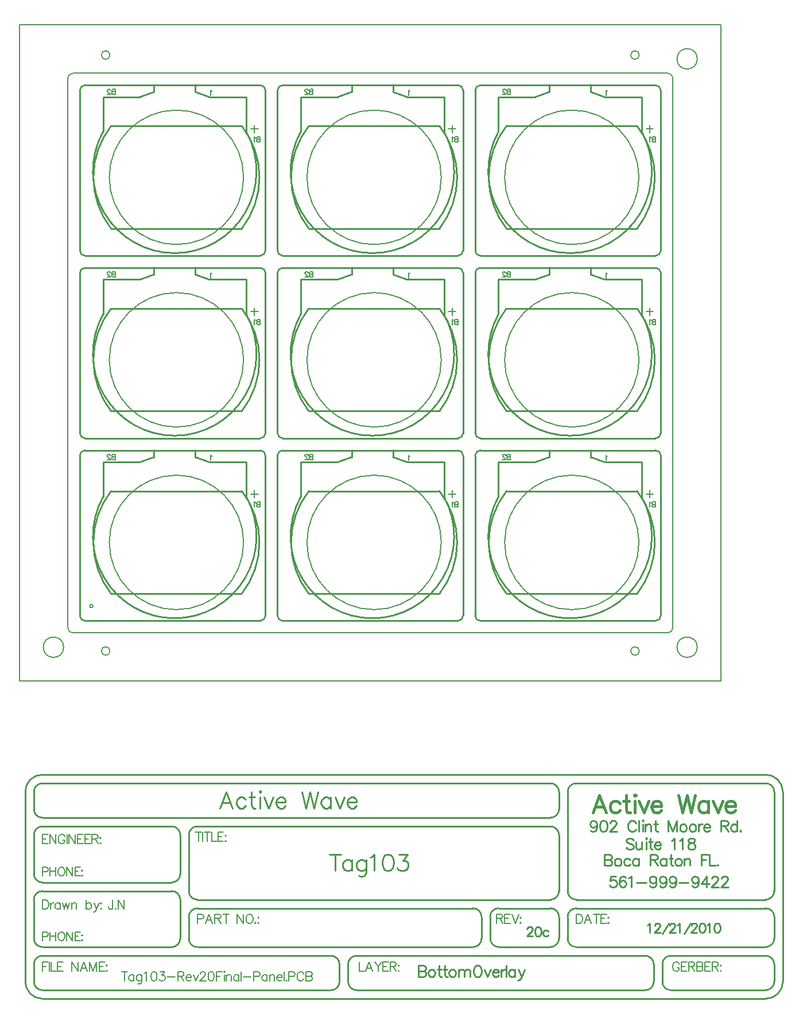
<source format=gbo>
%FSLAX24Y24*%
%MOIN*%
G70*
G01*
G75*
G04 Layer_Color=16777215*
%ADD10C,0.0500*%
%ADD11C,0.0100*%
%ADD12C,0.0150*%
%ADD13R,0.0300X0.0300*%
%ADD14R,0.0740X0.0450*%
%ADD15R,0.0300X0.0300*%
%ADD16O,0.0240X0.0800*%
%ADD17R,0.0360X0.0500*%
%ADD18R,0.0360X0.0360*%
%ADD19R,0.0236X0.1000*%
%ADD20R,0.0236X0.0900*%
%ADD21R,0.0700X0.0236*%
%ADD22R,0.0900X0.0236*%
%ADD23O,0.0160X0.0600*%
%ADD24R,0.0138X0.0354*%
%ADD25R,0.0138X0.0354*%
%ADD26R,0.0236X0.0236*%
%ADD27O,0.0160X0.0600*%
%ADD28R,0.0200X0.0500*%
%ADD29R,0.0748X0.0433*%
%ADD30C,0.0120*%
%ADD31C,0.0080*%
%ADD32C,0.0250*%
%ADD33C,0.0200*%
%ADD34C,0.0120*%
%ADD35C,0.0160*%
%ADD36C,0.0140*%
%ADD37C,0.0260*%
%ADD38C,0.0060*%
%ADD39C,0.0050*%
%ADD40C,0.0090*%
%ADD41C,0.1180*%
%ADD42C,0.0700*%
%ADD43R,0.0500X0.0500*%
%ADD44R,0.0394X0.0433*%
%ADD45C,0.0650*%
%ADD46C,0.0200*%
%ADD47R,0.1398X0.1398*%
%ADD48R,0.2000X0.1000*%
%ADD49R,0.1600X0.1800*%
%ADD50C,0.0300*%
%ADD51R,0.0650X0.0650*%
%ADD52C,0.0098*%
D11*
X19000Y-20860D02*
Y-21500D01*
Y-20860D02*
X19274D01*
X19366Y-20891D01*
X19396Y-20921D01*
X19427Y-20982D01*
Y-21043D01*
X19396Y-21104D01*
X19366Y-21134D01*
X19274Y-21165D01*
X19000D02*
X19274D01*
X19366Y-21195D01*
X19396Y-21226D01*
X19427Y-21287D01*
Y-21378D01*
X19396Y-21439D01*
X19366Y-21470D01*
X19274Y-21500D01*
X19000D01*
X19722Y-21073D02*
X19661Y-21104D01*
X19600Y-21165D01*
X19570Y-21256D01*
Y-21317D01*
X19600Y-21409D01*
X19661Y-21470D01*
X19722Y-21500D01*
X19814D01*
X19874Y-21470D01*
X19935Y-21409D01*
X19966Y-21317D01*
Y-21256D01*
X19935Y-21165D01*
X19874Y-21104D01*
X19814Y-21073D01*
X19722D01*
X20197Y-20860D02*
Y-21378D01*
X20228Y-21470D01*
X20289Y-21500D01*
X20350D01*
X20106Y-21073D02*
X20319D01*
X20533Y-20860D02*
Y-21378D01*
X20563Y-21470D01*
X20624Y-21500D01*
X20685D01*
X20441Y-21073D02*
X20654D01*
X20929D02*
X20868Y-21104D01*
X20807Y-21165D01*
X20776Y-21256D01*
Y-21317D01*
X20807Y-21409D01*
X20868Y-21470D01*
X20929Y-21500D01*
X21020D01*
X21081Y-21470D01*
X21142Y-21409D01*
X21172Y-21317D01*
Y-21256D01*
X21142Y-21165D01*
X21081Y-21104D01*
X21020Y-21073D01*
X20929D01*
X21313D02*
Y-21500D01*
Y-21195D02*
X21404Y-21104D01*
X21465Y-21073D01*
X21556D01*
X21617Y-21104D01*
X21648Y-21195D01*
Y-21500D01*
Y-21195D02*
X21739Y-21104D01*
X21800Y-21073D01*
X21892D01*
X21953Y-21104D01*
X21983Y-21195D01*
Y-21500D01*
X22367Y-20860D02*
X22306Y-20891D01*
X22245Y-20952D01*
X22215Y-21012D01*
X22184Y-21104D01*
Y-21256D01*
X22215Y-21348D01*
X22245Y-21409D01*
X22306Y-21470D01*
X22367Y-21500D01*
X22489D01*
X22550Y-21470D01*
X22611Y-21409D01*
X22641Y-21348D01*
X22672Y-21256D01*
Y-21104D01*
X22641Y-21012D01*
X22611Y-20952D01*
X22550Y-20891D01*
X22489Y-20860D01*
X22367D01*
X22821Y-21073D02*
X23004Y-21500D01*
X23187Y-21073D02*
X23004Y-21500D01*
X23290Y-21256D02*
X23656D01*
Y-21195D01*
X23625Y-21134D01*
X23595Y-21104D01*
X23534Y-21073D01*
X23442D01*
X23382Y-21104D01*
X23321Y-21165D01*
X23290Y-21256D01*
Y-21317D01*
X23321Y-21409D01*
X23382Y-21470D01*
X23442Y-21500D01*
X23534D01*
X23595Y-21470D01*
X23656Y-21409D01*
X23793Y-21073D02*
Y-21500D01*
Y-21256D02*
X23823Y-21165D01*
X23884Y-21104D01*
X23945Y-21073D01*
X24037D01*
X24095Y-20860D02*
Y-21500D01*
X24594Y-21073D02*
Y-21500D01*
Y-21165D02*
X24533Y-21104D01*
X24472Y-21073D01*
X24381D01*
X24320Y-21104D01*
X24259Y-21165D01*
X24229Y-21256D01*
Y-21317D01*
X24259Y-21409D01*
X24320Y-21470D01*
X24381Y-21500D01*
X24472D01*
X24533Y-21470D01*
X24594Y-21409D01*
X24795Y-21073D02*
X24978Y-21500D01*
X25161Y-21073D02*
X24978Y-21500D01*
X24917Y-21622D01*
X24856Y-21683D01*
X24795Y-21713D01*
X24765D01*
X6843Y8347D02*
G03*
X6044Y8635I-2003J-4307D01*
G01*
X4839Y-710D02*
G03*
X9000Y6332I0J4750D01*
G01*
X3634Y8635D02*
G03*
X2836Y8347I1205J-4595D01*
G01*
X679Y6332D02*
G03*
X4839Y-710I4160J-2292D01*
G01*
X18323Y8347D02*
G03*
X17524Y8635I-2003J-4307D01*
G01*
X16319Y-710D02*
G03*
X20480Y6332I0J4750D01*
G01*
X15114Y8635D02*
G03*
X14316Y8347I1205J-4595D01*
G01*
X12159Y6332D02*
G03*
X16319Y-710I4160J-2292D01*
G01*
X29803Y8347D02*
G03*
X29004Y8635I-2003J-4307D01*
G01*
X27799Y-710D02*
G03*
X31960Y6332I0J4750D01*
G01*
X26594Y8635D02*
G03*
X25796Y8347I1205J-4595D01*
G01*
X23639Y6332D02*
G03*
X27799Y-710I4160J-2292D01*
G01*
X6843Y18937D02*
G03*
X6044Y19225I-2003J-4307D01*
G01*
X4839Y9880D02*
G03*
X9000Y16922I0J4750D01*
G01*
X3634Y19225D02*
G03*
X2836Y18937I1205J-4595D01*
G01*
X679Y16922D02*
G03*
X4839Y9880I4160J-2292D01*
G01*
X18323Y18937D02*
G03*
X17524Y19225I-2003J-4307D01*
G01*
X16319Y9880D02*
G03*
X20480Y16922I0J4750D01*
G01*
X15114Y19225D02*
G03*
X14316Y18937I1205J-4595D01*
G01*
X12159Y16922D02*
G03*
X16319Y9880I4160J-2292D01*
G01*
X29803Y18937D02*
G03*
X29004Y19225I-2003J-4307D01*
G01*
X27799Y9880D02*
G03*
X31960Y16922I0J4750D01*
G01*
X26594Y19225D02*
G03*
X25796Y18937I1205J-4595D01*
G01*
X23639Y16922D02*
G03*
X27799Y9880I4160J-2292D01*
G01*
X6843Y29527D02*
G03*
X6044Y29815I-2003J-4307D01*
G01*
X4839Y20470D02*
G03*
X9000Y27512I0J4750D01*
G01*
X3634Y29815D02*
G03*
X2836Y29527I1205J-4595D01*
G01*
X679Y27512D02*
G03*
X4839Y20470I4160J-2292D01*
G01*
X18323Y29527D02*
G03*
X17524Y29815I-2003J-4307D01*
G01*
X16319Y20470D02*
G03*
X20480Y27512I0J4750D01*
G01*
X15114Y29815D02*
G03*
X14316Y29527I1205J-4595D01*
G01*
X12159Y27512D02*
G03*
X16319Y20470I4160J-2292D01*
G01*
X29803Y29527D02*
G03*
X29004Y29815I-2003J-4307D01*
G01*
X27799Y20470D02*
G03*
X31960Y27512I0J4750D01*
G01*
X26594Y29815D02*
G03*
X25796Y29527I1205J-4595D01*
G01*
X23639Y27512D02*
G03*
X27799Y20470I4160J-2292D01*
G01*
X-370Y9030D02*
G03*
X-670Y8730I0J-300D01*
G01*
X10110D02*
G03*
X9810Y9030I-300J0D01*
G01*
Y-860D02*
G03*
X10110Y-560I0J300D01*
G01*
X-670D02*
G03*
X-370Y-860I300J0D01*
G01*
X-670Y-560D02*
Y8730D01*
X-370Y9030D02*
X9810D01*
X10110Y-560D02*
Y8730D01*
X-370Y-860D02*
X9810D01*
X11110Y9030D02*
G03*
X10810Y8730I0J-300D01*
G01*
X21590D02*
G03*
X21290Y9030I-300J0D01*
G01*
Y-860D02*
G03*
X21590Y-560I0J300D01*
G01*
X10810D02*
G03*
X11110Y-860I300J0D01*
G01*
X10810Y-560D02*
Y8730D01*
X11110Y9030D02*
X21290D01*
X21590Y-560D02*
Y8730D01*
X11110Y-860D02*
X21290D01*
X22590Y9030D02*
G03*
X22290Y8730I0J-300D01*
G01*
X33070D02*
G03*
X32770Y9030I-300J0D01*
G01*
Y-860D02*
G03*
X33070Y-560I0J300D01*
G01*
X22290D02*
G03*
X22590Y-860I300J0D01*
G01*
X22290Y-560D02*
Y8730D01*
X22590Y9030D02*
X32770D01*
X33070Y-560D02*
Y8730D01*
X22590Y-860D02*
X32770D01*
X-370Y19620D02*
G03*
X-670Y19320I0J-300D01*
G01*
X10110D02*
G03*
X9810Y19620I-300J0D01*
G01*
Y9730D02*
G03*
X10110Y10030I0J300D01*
G01*
X-670D02*
G03*
X-370Y9730I300J0D01*
G01*
X-670Y10030D02*
Y19320D01*
X-370Y19620D02*
X9810D01*
X10110Y10030D02*
Y19320D01*
X-370Y9730D02*
X9810D01*
X11110Y19620D02*
G03*
X10810Y19320I0J-300D01*
G01*
X21590D02*
G03*
X21290Y19620I-300J0D01*
G01*
Y9730D02*
G03*
X21590Y10030I0J300D01*
G01*
X10810D02*
G03*
X11110Y9730I300J0D01*
G01*
X10810Y10030D02*
Y19320D01*
X11110Y19620D02*
X21290D01*
X21590Y10030D02*
Y19320D01*
X11110Y9730D02*
X21290D01*
X22590Y19620D02*
G03*
X22290Y19320I0J-300D01*
G01*
X33070D02*
G03*
X32770Y19620I-300J0D01*
G01*
Y9730D02*
G03*
X33070Y10030I0J300D01*
G01*
X22290D02*
G03*
X22590Y9730I300J0D01*
G01*
X22290Y10030D02*
Y19320D01*
X22590Y19620D02*
X32770D01*
X33070Y10030D02*
Y19320D01*
X22590Y9730D02*
X32770D01*
X-370Y30210D02*
G03*
X-670Y29910I0J-300D01*
G01*
X10110D02*
G03*
X9810Y30210I-300J0D01*
G01*
Y20320D02*
G03*
X10110Y20620I0J300D01*
G01*
X-670D02*
G03*
X-370Y20320I300J0D01*
G01*
X-670Y20620D02*
Y29910D01*
X-370Y30210D02*
X9810D01*
X10110Y20620D02*
Y29910D01*
X-370Y20320D02*
X9810D01*
X11110Y30210D02*
G03*
X10810Y29910I0J-300D01*
G01*
X21590D02*
G03*
X21290Y30210I-300J0D01*
G01*
Y20320D02*
G03*
X21590Y20620I0J300D01*
G01*
X10810D02*
G03*
X11110Y20320I300J0D01*
G01*
X10810Y20620D02*
Y29910D01*
X11110Y30210D02*
X21290D01*
X21590Y20620D02*
Y29910D01*
X11110Y20320D02*
X21290D01*
X22590Y30210D02*
G03*
X22290Y29910I0J-300D01*
G01*
X33070D02*
G03*
X32770Y30210I-300J0D01*
G01*
Y20320D02*
G03*
X33070Y20620I0J300D01*
G01*
X22290D02*
G03*
X22590Y20320I300J0D01*
G01*
X22290Y20620D02*
Y29910D01*
X22590Y30210D02*
X32770D01*
X33070Y20620D02*
Y29910D01*
X22590Y20320D02*
X32770D01*
X39659Y-18022D02*
G03*
X39169Y-17532I-490J0D01*
G01*
X28159D02*
G03*
X27659Y-18032I0J-500D01*
G01*
X39159Y-17032D02*
G03*
X39659Y-16532I0J500D01*
G01*
X27659D02*
G03*
X28159Y-17032I500J0D01*
G01*
X-2841Y-9782D02*
G03*
X-3841Y-10782I0J-1000D01*
G01*
Y-21772D02*
G03*
X-2848Y-22782I1010J0D01*
G01*
X39159Y-22782D02*
G03*
X40159Y-21782I0J1000D01*
G01*
Y-10782D02*
G03*
X39159Y-9782I-1000J0D01*
G01*
X39659Y-10772D02*
G03*
X39152Y-10282I-490J0D01*
G01*
X39159Y-19782D02*
G03*
X39659Y-19282I0J500D01*
G01*
X39659Y-20773D02*
G03*
X39159Y-20282I-500J-9D01*
G01*
Y-22282D02*
G03*
X39659Y-21782I0J500D01*
G01*
X26659Y-19782D02*
G03*
X27159Y-19282I0J500D01*
G01*
X27659Y-19292D02*
G03*
X28158Y-19782I490J0D01*
G01*
X27159Y-18022D02*
G03*
X26669Y-17532I-490J0D01*
G01*
X-3341Y-21782D02*
G03*
X-2850Y-22282I500J0D01*
G01*
X26668Y-17032D02*
G03*
X27159Y-16532I-9J500D01*
G01*
X-2841Y-20282D02*
G03*
X-3341Y-20782I0J-500D01*
G01*
X27159Y-13282D02*
G03*
X26659Y-12782I-500J0D01*
G01*
Y-12282D02*
G03*
X27159Y-11782I0J500D01*
G01*
X28159Y-10282D02*
G03*
X27659Y-10782I0J-500D01*
G01*
X27159D02*
G03*
X26659Y-10282I-500J0D01*
G01*
X-2841D02*
G03*
X-3341Y-10782I0J-500D01*
G01*
Y-11782D02*
G03*
X-2841Y-12282I500J0D01*
G01*
Y-12782D02*
G03*
X-3341Y-13282I0J-500D01*
G01*
Y-15532D02*
G03*
X-2841Y-16032I500J0D01*
G01*
Y-16532D02*
G03*
X-3341Y-17032I0J-500D01*
G01*
Y-19282D02*
G03*
X-2850Y-19782I500J0D01*
G01*
X6159Y-12782D02*
G03*
X5659Y-13282I0J-500D01*
G01*
X6159Y-17532D02*
G03*
X5659Y-18032I0J-500D01*
G01*
X23639Y-17532D02*
G03*
X23160Y-18037I0J-480D01*
G01*
X23159Y-19272D02*
G03*
X23660Y-19782I510J0D01*
G01*
X22169Y-19782D02*
G03*
X22659Y-19283I0J490D01*
G01*
X22659Y-18022D02*
G03*
X22169Y-17532I-490J0D01*
G01*
X4669Y-19782D02*
G03*
X5159Y-19292I0J490D01*
G01*
X5659D02*
G03*
X6149Y-19782I490J0D01*
G01*
X5659Y-16542D02*
G03*
X6149Y-17032I490J0D01*
G01*
X5159Y-17022D02*
G03*
X4652Y-16532I-490J0D01*
G01*
X4679Y-16032D02*
G03*
X5159Y-15552I0J480D01*
G01*
Y-13272D02*
G03*
X4669Y-12782I-490J0D01*
G01*
X33659Y-20282D02*
G03*
X33159Y-20782I0J-500D01*
G01*
Y-21792D02*
G03*
X33658Y-22282I490J0D01*
G01*
X32171Y-22282D02*
G03*
X32659Y-21785I8J480D01*
G01*
X32659Y-20782D02*
G03*
X32159Y-20282I-500J0D01*
G01*
X14909Y-21782D02*
G03*
X15400Y-22282I500J0D01*
G01*
X15409Y-20282D02*
G03*
X14909Y-20782I0J-500D01*
G01*
X13921Y-22282D02*
G03*
X14409Y-21785I8J480D01*
G01*
X14409Y-20782D02*
G03*
X13909Y-20282I-500J0D01*
G01*
X39659Y-19282D02*
Y-18022D01*
X27659Y-19282D02*
Y-18032D01*
X39659Y-16532D02*
Y-10782D01*
X27659Y-16532D02*
Y-10782D01*
X-3841Y-21782D02*
Y-10782D01*
X-3341Y-21782D02*
Y-20782D01*
X39659Y-21782D02*
Y-20782D01*
X27159Y-19282D02*
Y-18032D01*
X23159Y-19282D02*
Y-18032D01*
X5659Y-19282D02*
Y-18032D01*
X22659Y-19282D02*
Y-18032D01*
X5659Y-16532D02*
Y-13282D01*
X27159Y-16532D02*
Y-13282D01*
Y-11782D02*
Y-10782D01*
X-3341Y-11782D02*
Y-10782D01*
X5159Y-15532D02*
Y-13282D01*
X-3341Y-15532D02*
Y-13282D01*
X5159Y-19282D02*
Y-17032D01*
X-3341Y-19282D02*
Y-17032D01*
X40159Y-21782D02*
Y-10782D01*
X33159Y-21782D02*
Y-20782D01*
X32659Y-21782D02*
Y-20782D01*
X14909Y-21782D02*
Y-20782D01*
X14409Y-21782D02*
Y-20782D01*
X28159Y-17532D02*
X39159D01*
X28159Y-17032D02*
X39159D01*
X6159D02*
X26659D01*
X28159Y-10282D02*
X39159D01*
X28159Y-19782D02*
X39159D01*
X23659Y-17532D02*
X26659D01*
X23659Y-19782D02*
X26659D01*
X6159D02*
X22159D01*
X6159Y-17532D02*
X22159D01*
X6159Y-12782D02*
X26659D01*
X-2841Y-12282D02*
X26659D01*
X-2841Y-12782D02*
X4659D01*
X-2841Y-16032D02*
X4659D01*
X-2841Y-16532D02*
X4659D01*
X-2841Y-19782D02*
X4659D01*
X-2841Y-9782D02*
X39159D01*
X-2841Y-22782D02*
X39159D01*
X-2841Y-10282D02*
X26659D01*
X33659Y-20282D02*
X39159D01*
X33659Y-22282D02*
X39159D01*
X15409Y-20282D02*
X32159D01*
X-2841D02*
X13909D01*
X-2841Y-22282D02*
X13909D01*
X15409D02*
X32159D01*
X31487Y-13572D02*
X31426Y-13511D01*
X31334Y-13480D01*
X31212D01*
X31121Y-13511D01*
X31060Y-13572D01*
Y-13632D01*
X31090Y-13693D01*
X31121Y-13724D01*
X31182Y-13754D01*
X31365Y-13815D01*
X31426Y-13846D01*
X31456Y-13876D01*
X31487Y-13937D01*
Y-14029D01*
X31426Y-14090D01*
X31334Y-14120D01*
X31212D01*
X31121Y-14090D01*
X31060Y-14029D01*
X31630Y-13693D02*
Y-13998D01*
X31660Y-14090D01*
X31721Y-14120D01*
X31813D01*
X31874Y-14090D01*
X31965Y-13998D01*
Y-13693D02*
Y-14120D01*
X32193Y-13480D02*
X32224Y-13511D01*
X32254Y-13480D01*
X32224Y-13450D01*
X32193Y-13480D01*
X32224Y-13693D02*
Y-14120D01*
X32459Y-13480D02*
Y-13998D01*
X32489Y-14090D01*
X32550Y-14120D01*
X32611D01*
X32367Y-13693D02*
X32580D01*
X32702Y-13876D02*
X33068D01*
Y-13815D01*
X33037Y-13754D01*
X33007Y-13724D01*
X32946Y-13693D01*
X32855D01*
X32794Y-13724D01*
X32733Y-13785D01*
X32702Y-13876D01*
Y-13937D01*
X32733Y-14029D01*
X32794Y-14090D01*
X32855Y-14120D01*
X32946D01*
X33007Y-14090D01*
X33068Y-14029D01*
X33708Y-13602D02*
X33769Y-13572D01*
X33860Y-13480D01*
Y-14120D01*
X34177Y-13602D02*
X34238Y-13572D01*
X34329Y-13480D01*
Y-14120D01*
X34799Y-13480D02*
X34707Y-13511D01*
X34677Y-13572D01*
Y-13632D01*
X34707Y-13693D01*
X34768Y-13724D01*
X34890Y-13754D01*
X34981Y-13785D01*
X35042Y-13846D01*
X35073Y-13907D01*
Y-13998D01*
X35042Y-14059D01*
X35012Y-14090D01*
X34920Y-14120D01*
X34799D01*
X34707Y-14090D01*
X34677Y-14059D01*
X34646Y-13998D01*
Y-13907D01*
X34677Y-13846D01*
X34738Y-13785D01*
X34829Y-13754D01*
X34951Y-13724D01*
X35012Y-13693D01*
X35042Y-13632D01*
Y-13572D01*
X35012Y-13511D01*
X34920Y-13480D01*
X34799D01*
X30466Y-15670D02*
X30161D01*
X30130Y-15944D01*
X30161Y-15914D01*
X30252Y-15883D01*
X30344D01*
X30435Y-15914D01*
X30496Y-15975D01*
X30527Y-16066D01*
Y-16127D01*
X30496Y-16219D01*
X30435Y-16280D01*
X30344Y-16310D01*
X30252D01*
X30161Y-16280D01*
X30130Y-16249D01*
X30100Y-16188D01*
X31035Y-15762D02*
X31005Y-15701D01*
X30914Y-15670D01*
X30853D01*
X30761Y-15701D01*
X30700Y-15792D01*
X30670Y-15944D01*
Y-16097D01*
X30700Y-16219D01*
X30761Y-16280D01*
X30853Y-16310D01*
X30883D01*
X30974Y-16280D01*
X31035Y-16219D01*
X31066Y-16127D01*
Y-16097D01*
X31035Y-16005D01*
X30974Y-15944D01*
X30883Y-15914D01*
X30853D01*
X30761Y-15944D01*
X30700Y-16005D01*
X30670Y-16097D01*
X31206Y-15792D02*
X31267Y-15762D01*
X31358Y-15670D01*
Y-16310D01*
X31675Y-16036D02*
X32224D01*
X32809Y-15883D02*
X32778Y-15975D01*
X32717Y-16036D01*
X32626Y-16066D01*
X32595D01*
X32504Y-16036D01*
X32443Y-15975D01*
X32413Y-15883D01*
Y-15853D01*
X32443Y-15762D01*
X32504Y-15701D01*
X32595Y-15670D01*
X32626D01*
X32717Y-15701D01*
X32778Y-15762D01*
X32809Y-15883D01*
Y-16036D01*
X32778Y-16188D01*
X32717Y-16280D01*
X32626Y-16310D01*
X32565D01*
X32474Y-16280D01*
X32443Y-16219D01*
X33379Y-15883D02*
X33348Y-15975D01*
X33287Y-16036D01*
X33196Y-16066D01*
X33165D01*
X33074Y-16036D01*
X33013Y-15975D01*
X32982Y-15883D01*
Y-15853D01*
X33013Y-15762D01*
X33074Y-15701D01*
X33165Y-15670D01*
X33196D01*
X33287Y-15701D01*
X33348Y-15762D01*
X33379Y-15883D01*
Y-16036D01*
X33348Y-16188D01*
X33287Y-16280D01*
X33196Y-16310D01*
X33135D01*
X33043Y-16280D01*
X33013Y-16219D01*
X33948Y-15883D02*
X33918Y-15975D01*
X33857Y-16036D01*
X33765Y-16066D01*
X33735D01*
X33644Y-16036D01*
X33583Y-15975D01*
X33552Y-15883D01*
Y-15853D01*
X33583Y-15762D01*
X33644Y-15701D01*
X33735Y-15670D01*
X33765D01*
X33857Y-15701D01*
X33918Y-15762D01*
X33948Y-15883D01*
Y-16036D01*
X33918Y-16188D01*
X33857Y-16280D01*
X33765Y-16310D01*
X33705D01*
X33613Y-16280D01*
X33583Y-16219D01*
X34122Y-16036D02*
X34670D01*
X35255Y-15883D02*
X35225Y-15975D01*
X35164Y-16036D01*
X35073Y-16066D01*
X35042D01*
X34951Y-16036D01*
X34890Y-15975D01*
X34859Y-15883D01*
Y-15853D01*
X34890Y-15762D01*
X34951Y-15701D01*
X35042Y-15670D01*
X35073D01*
X35164Y-15701D01*
X35225Y-15762D01*
X35255Y-15883D01*
Y-16036D01*
X35225Y-16188D01*
X35164Y-16280D01*
X35073Y-16310D01*
X35012D01*
X34920Y-16280D01*
X34890Y-16219D01*
X35734Y-15670D02*
X35429Y-16097D01*
X35886D01*
X35734Y-15670D02*
Y-16310D01*
X36029Y-15822D02*
Y-15792D01*
X36060Y-15731D01*
X36090Y-15701D01*
X36151Y-15670D01*
X36273D01*
X36334Y-15701D01*
X36365Y-15731D01*
X36395Y-15792D01*
Y-15853D01*
X36365Y-15914D01*
X36304Y-16005D01*
X35999Y-16310D01*
X36425D01*
X36599Y-15822D02*
Y-15792D01*
X36630Y-15731D01*
X36660Y-15701D01*
X36721Y-15670D01*
X36843D01*
X36904Y-15701D01*
X36934Y-15731D01*
X36965Y-15792D01*
Y-15853D01*
X36934Y-15914D01*
X36873Y-16005D01*
X36569Y-16310D01*
X36995D01*
X29346Y-12663D02*
X29316Y-12755D01*
X29255Y-12816D01*
X29163Y-12846D01*
X29133D01*
X29041Y-12816D01*
X28980Y-12755D01*
X28950Y-12663D01*
Y-12633D01*
X28980Y-12542D01*
X29041Y-12481D01*
X29133Y-12450D01*
X29163D01*
X29255Y-12481D01*
X29316Y-12542D01*
X29346Y-12663D01*
Y-12816D01*
X29316Y-12968D01*
X29255Y-13060D01*
X29163Y-13090D01*
X29102D01*
X29011Y-13060D01*
X28980Y-12999D01*
X29703Y-12450D02*
X29611Y-12481D01*
X29550Y-12572D01*
X29520Y-12724D01*
Y-12816D01*
X29550Y-12968D01*
X29611Y-13060D01*
X29703Y-13090D01*
X29764D01*
X29855Y-13060D01*
X29916Y-12968D01*
X29946Y-12816D01*
Y-12724D01*
X29916Y-12572D01*
X29855Y-12481D01*
X29764Y-12450D01*
X29703D01*
X30120Y-12602D02*
Y-12572D01*
X30150Y-12511D01*
X30181Y-12481D01*
X30242Y-12450D01*
X30364D01*
X30425Y-12481D01*
X30455Y-12511D01*
X30486Y-12572D01*
Y-12633D01*
X30455Y-12694D01*
X30394Y-12785D01*
X30090Y-13090D01*
X30516D01*
X31619Y-12602D02*
X31589Y-12542D01*
X31528Y-12481D01*
X31467Y-12450D01*
X31345D01*
X31284Y-12481D01*
X31223Y-12542D01*
X31193Y-12602D01*
X31162Y-12694D01*
Y-12846D01*
X31193Y-12938D01*
X31223Y-12999D01*
X31284Y-13060D01*
X31345Y-13090D01*
X31467D01*
X31528Y-13060D01*
X31589Y-12999D01*
X31619Y-12938D01*
X31799Y-12450D02*
Y-13090D01*
X31994Y-12450D02*
X32024Y-12481D01*
X32055Y-12450D01*
X32024Y-12420D01*
X31994Y-12450D01*
X32024Y-12663D02*
Y-13090D01*
X32168Y-12663D02*
Y-13090D01*
Y-12785D02*
X32259Y-12694D01*
X32320Y-12663D01*
X32411D01*
X32472Y-12694D01*
X32503Y-12785D01*
Y-13090D01*
X32762Y-12450D02*
Y-12968D01*
X32792Y-13060D01*
X32853Y-13090D01*
X32914D01*
X32670Y-12663D02*
X32884D01*
X33508Y-12450D02*
Y-13090D01*
Y-12450D02*
X33752Y-13090D01*
X33996Y-12450D02*
X33752Y-13090D01*
X33996Y-12450D02*
Y-13090D01*
X34331Y-12663D02*
X34270Y-12694D01*
X34209Y-12755D01*
X34179Y-12846D01*
Y-12907D01*
X34209Y-12999D01*
X34270Y-13060D01*
X34331Y-13090D01*
X34422D01*
X34483Y-13060D01*
X34544Y-12999D01*
X34575Y-12907D01*
Y-12846D01*
X34544Y-12755D01*
X34483Y-12694D01*
X34422Y-12663D01*
X34331D01*
X34867D02*
X34806Y-12694D01*
X34745Y-12755D01*
X34715Y-12846D01*
Y-12907D01*
X34745Y-12999D01*
X34806Y-13060D01*
X34867Y-13090D01*
X34959D01*
X35020Y-13060D01*
X35080Y-12999D01*
X35111Y-12907D01*
Y-12846D01*
X35080Y-12755D01*
X35020Y-12694D01*
X34959Y-12663D01*
X34867D01*
X35251D02*
Y-13090D01*
Y-12846D02*
X35282Y-12755D01*
X35343Y-12694D01*
X35403Y-12663D01*
X35495D01*
X35553Y-12846D02*
X35918D01*
Y-12785D01*
X35888Y-12724D01*
X35857Y-12694D01*
X35797Y-12663D01*
X35705D01*
X35644Y-12694D01*
X35583Y-12755D01*
X35553Y-12846D01*
Y-12907D01*
X35583Y-12999D01*
X35644Y-13060D01*
X35705Y-13090D01*
X35797D01*
X35857Y-13060D01*
X35918Y-12999D01*
X36558Y-12450D02*
Y-13090D01*
Y-12450D02*
X36832D01*
X36924Y-12481D01*
X36954Y-12511D01*
X36985Y-12572D01*
Y-12633D01*
X36954Y-12694D01*
X36924Y-12724D01*
X36832Y-12755D01*
X36558D01*
X36772D02*
X36985Y-13090D01*
X37494Y-12450D02*
Y-13090D01*
Y-12755D02*
X37433Y-12694D01*
X37372Y-12663D01*
X37280D01*
X37219Y-12694D01*
X37159Y-12755D01*
X37128Y-12846D01*
Y-12907D01*
X37159Y-12999D01*
X37219Y-13060D01*
X37280Y-13090D01*
X37372D01*
X37433Y-13060D01*
X37494Y-12999D01*
X37695Y-13029D02*
X37664Y-13060D01*
X37695Y-13090D01*
X37725Y-13060D01*
X37695Y-13029D01*
X29810Y-14420D02*
Y-15060D01*
Y-14420D02*
X30084D01*
X30176Y-14451D01*
X30206Y-14481D01*
X30237Y-14542D01*
Y-14603D01*
X30206Y-14664D01*
X30176Y-14694D01*
X30084Y-14725D01*
X29810D02*
X30084D01*
X30176Y-14755D01*
X30206Y-14786D01*
X30237Y-14847D01*
Y-14938D01*
X30206Y-14999D01*
X30176Y-15030D01*
X30084Y-15060D01*
X29810D01*
X30532Y-14633D02*
X30471Y-14664D01*
X30410Y-14725D01*
X30380Y-14816D01*
Y-14877D01*
X30410Y-14969D01*
X30471Y-15030D01*
X30532Y-15060D01*
X30624D01*
X30684Y-15030D01*
X30745Y-14969D01*
X30776Y-14877D01*
Y-14816D01*
X30745Y-14725D01*
X30684Y-14664D01*
X30624Y-14633D01*
X30532D01*
X31282Y-14725D02*
X31221Y-14664D01*
X31160Y-14633D01*
X31068D01*
X31007Y-14664D01*
X30947Y-14725D01*
X30916Y-14816D01*
Y-14877D01*
X30947Y-14969D01*
X31007Y-15030D01*
X31068Y-15060D01*
X31160D01*
X31221Y-15030D01*
X31282Y-14969D01*
X31784Y-14633D02*
Y-15060D01*
Y-14725D02*
X31723Y-14664D01*
X31663Y-14633D01*
X31571D01*
X31510Y-14664D01*
X31449Y-14725D01*
X31419Y-14816D01*
Y-14877D01*
X31449Y-14969D01*
X31510Y-15030D01*
X31571Y-15060D01*
X31663D01*
X31723Y-15030D01*
X31784Y-14969D01*
X32458Y-14420D02*
Y-15060D01*
Y-14420D02*
X32732D01*
X32823Y-14451D01*
X32854Y-14481D01*
X32884Y-14542D01*
Y-14603D01*
X32854Y-14664D01*
X32823Y-14694D01*
X32732Y-14725D01*
X32458D01*
X32671D02*
X32884Y-15060D01*
X33393Y-14633D02*
Y-15060D01*
Y-14725D02*
X33332Y-14664D01*
X33271Y-14633D01*
X33180D01*
X33119Y-14664D01*
X33058Y-14725D01*
X33028Y-14816D01*
Y-14877D01*
X33058Y-14969D01*
X33119Y-15030D01*
X33180Y-15060D01*
X33271D01*
X33332Y-15030D01*
X33393Y-14969D01*
X33655Y-14420D02*
Y-14938D01*
X33686Y-15030D01*
X33747Y-15060D01*
X33808D01*
X33564Y-14633D02*
X33777D01*
X34051D02*
X33990Y-14664D01*
X33930Y-14725D01*
X33899Y-14816D01*
Y-14877D01*
X33930Y-14969D01*
X33990Y-15030D01*
X34051Y-15060D01*
X34143D01*
X34204Y-15030D01*
X34265Y-14969D01*
X34295Y-14877D01*
Y-14816D01*
X34265Y-14725D01*
X34204Y-14664D01*
X34143Y-14633D01*
X34051D01*
X34435D02*
Y-15060D01*
Y-14755D02*
X34527Y-14664D01*
X34588Y-14633D01*
X34679D01*
X34740Y-14664D01*
X34770Y-14755D01*
Y-15060D01*
X35441Y-14420D02*
Y-15060D01*
Y-14420D02*
X35837D01*
X35441Y-14725D02*
X35685D01*
X35910Y-14420D02*
Y-15060D01*
X36276D01*
X36376Y-14999D02*
X36346Y-15030D01*
X36376Y-15060D01*
X36407Y-15030D01*
X36376Y-14999D01*
D12*
X29892Y-11980D02*
X29511Y-10980D01*
X29130Y-11980D01*
X29273Y-11647D02*
X29749D01*
X30696Y-11456D02*
X30601Y-11361D01*
X30506Y-11313D01*
X30363D01*
X30268Y-11361D01*
X30173Y-11456D01*
X30125Y-11599D01*
Y-11694D01*
X30173Y-11837D01*
X30268Y-11932D01*
X30363Y-11980D01*
X30506D01*
X30601Y-11932D01*
X30696Y-11837D01*
X31053Y-10980D02*
Y-11790D01*
X31101Y-11932D01*
X31196Y-11980D01*
X31291D01*
X30911Y-11313D02*
X31244D01*
X31529Y-10980D02*
X31577Y-11028D01*
X31625Y-10980D01*
X31577Y-10933D01*
X31529Y-10980D01*
X31577Y-11313D02*
Y-11980D01*
X31801Y-11313D02*
X32087Y-11980D01*
X32372Y-11313D02*
X32087Y-11980D01*
X32534Y-11599D02*
X33105D01*
Y-11504D01*
X33058Y-11409D01*
X33010Y-11361D01*
X32915Y-11313D01*
X32772D01*
X32677Y-11361D01*
X32582Y-11456D01*
X32534Y-11599D01*
Y-11694D01*
X32582Y-11837D01*
X32677Y-11932D01*
X32772Y-11980D01*
X32915D01*
X33010Y-11932D01*
X33105Y-11837D01*
X34105Y-10980D02*
X34343Y-11980D01*
X34581Y-10980D02*
X34343Y-11980D01*
X34581Y-10980D02*
X34819Y-11980D01*
X35057Y-10980D02*
X34819Y-11980D01*
X35829Y-11313D02*
Y-11980D01*
Y-11456D02*
X35733Y-11361D01*
X35638Y-11313D01*
X35495D01*
X35400Y-11361D01*
X35305Y-11456D01*
X35257Y-11599D01*
Y-11694D01*
X35305Y-11837D01*
X35400Y-11932D01*
X35495Y-11980D01*
X35638D01*
X35733Y-11932D01*
X35829Y-11837D01*
X36095Y-11313D02*
X36381Y-11980D01*
X36666Y-11313D02*
X36381Y-11980D01*
X36828Y-11599D02*
X37400D01*
Y-11504D01*
X37352Y-11409D01*
X37304Y-11361D01*
X37209Y-11313D01*
X37066D01*
X36971Y-11361D01*
X36876Y-11456D01*
X36828Y-11599D01*
Y-11694D01*
X36876Y-11837D01*
X36971Y-11932D01*
X37066Y-11980D01*
X37209D01*
X37304Y-11932D01*
X37400Y-11837D01*
D31*
X9466Y6708D02*
Y6280D01*
X9680Y6494D02*
X9252D01*
X20946Y6708D02*
Y6280D01*
X21160Y6494D02*
X20732D01*
X32426Y6708D02*
Y6280D01*
X32640Y6494D02*
X32212D01*
X9466Y17298D02*
Y16870D01*
X9680Y17084D02*
X9252D01*
X20946Y17298D02*
Y16870D01*
X21160Y17084D02*
X20732D01*
X32426Y17298D02*
Y16870D01*
X32640Y17084D02*
X32212D01*
X9466Y27888D02*
Y27460D01*
X9680Y27674D02*
X9252D01*
X20946Y27888D02*
Y27460D01*
X21160Y27674D02*
X20732D01*
X32426Y27888D02*
Y27460D01*
X32640Y27674D02*
X32212D01*
X1243Y-17059D02*
Y-17465D01*
X1217Y-17542D01*
X1192Y-17567D01*
X1141Y-17592D01*
X1090D01*
X1040Y-17567D01*
X1014Y-17542D01*
X989Y-17465D01*
Y-17415D01*
X1405Y-17542D02*
X1380Y-17567D01*
X1405Y-17592D01*
X1431Y-17567D01*
X1405Y-17542D01*
X1547Y-17059D02*
Y-17592D01*
Y-17059D02*
X1903Y-17592D01*
Y-17059D02*
Y-17592D01*
D38*
X9810Y6040D02*
Y5740D01*
Y6040D02*
X9681D01*
X9639Y6026D01*
X9624Y6011D01*
X9610Y5983D01*
Y5954D01*
X9624Y5926D01*
X9639Y5911D01*
X9681Y5897D01*
X9810D02*
X9681D01*
X9639Y5883D01*
X9624Y5869D01*
X9610Y5840D01*
Y5797D01*
X9624Y5769D01*
X9639Y5754D01*
X9681Y5740D01*
X9810D01*
X9543Y5983D02*
X9514Y5997D01*
X9471Y6040D01*
Y5740D01*
X1379Y8800D02*
Y8500D01*
Y8800D02*
X1251D01*
X1208Y8786D01*
X1194Y8771D01*
X1179Y8743D01*
Y8714D01*
X1194Y8686D01*
X1208Y8671D01*
X1251Y8657D01*
X1379D02*
X1251D01*
X1208Y8643D01*
X1194Y8629D01*
X1179Y8600D01*
Y8557D01*
X1194Y8529D01*
X1208Y8514D01*
X1251Y8500D01*
X1379D01*
X1098Y8729D02*
Y8743D01*
X1084Y8771D01*
X1069Y8786D01*
X1041Y8800D01*
X984D01*
X955Y8786D01*
X941Y8771D01*
X927Y8743D01*
Y8714D01*
X941Y8686D01*
X969Y8643D01*
X1112Y8500D01*
X912D01*
X7010Y8683D02*
X6981Y8697D01*
X6939Y8740D01*
Y8440D01*
X21290Y6040D02*
Y5740D01*
Y6040D02*
X21161D01*
X21119Y6026D01*
X21104Y6011D01*
X21090Y5983D01*
Y5954D01*
X21104Y5926D01*
X21119Y5911D01*
X21161Y5897D01*
X21290D02*
X21161D01*
X21119Y5883D01*
X21104Y5869D01*
X21090Y5840D01*
Y5797D01*
X21104Y5769D01*
X21119Y5754D01*
X21161Y5740D01*
X21290D01*
X21023Y5983D02*
X20994Y5997D01*
X20951Y6040D01*
Y5740D01*
X12859Y8800D02*
Y8500D01*
Y8800D02*
X12731D01*
X12688Y8786D01*
X12674Y8771D01*
X12659Y8743D01*
Y8714D01*
X12674Y8686D01*
X12688Y8671D01*
X12731Y8657D01*
X12859D02*
X12731D01*
X12688Y8643D01*
X12674Y8629D01*
X12659Y8600D01*
Y8557D01*
X12674Y8529D01*
X12688Y8514D01*
X12731Y8500D01*
X12859D01*
X12578Y8729D02*
Y8743D01*
X12564Y8771D01*
X12549Y8786D01*
X12521Y8800D01*
X12464D01*
X12435Y8786D01*
X12421Y8771D01*
X12407Y8743D01*
Y8714D01*
X12421Y8686D01*
X12449Y8643D01*
X12592Y8500D01*
X12392D01*
X18490Y8683D02*
X18461Y8697D01*
X18419Y8740D01*
Y8440D01*
X32770Y6040D02*
Y5740D01*
Y6040D02*
X32641D01*
X32599Y6026D01*
X32584Y6011D01*
X32570Y5983D01*
Y5954D01*
X32584Y5926D01*
X32599Y5911D01*
X32641Y5897D01*
X32770D02*
X32641D01*
X32599Y5883D01*
X32584Y5869D01*
X32570Y5840D01*
Y5797D01*
X32584Y5769D01*
X32599Y5754D01*
X32641Y5740D01*
X32770D01*
X32503Y5983D02*
X32474Y5997D01*
X32431Y6040D01*
Y5740D01*
X24339Y8800D02*
Y8500D01*
Y8800D02*
X24211D01*
X24168Y8786D01*
X24154Y8771D01*
X24139Y8743D01*
Y8714D01*
X24154Y8686D01*
X24168Y8671D01*
X24211Y8657D01*
X24339D02*
X24211D01*
X24168Y8643D01*
X24154Y8629D01*
X24139Y8600D01*
Y8557D01*
X24154Y8529D01*
X24168Y8514D01*
X24211Y8500D01*
X24339D01*
X24058Y8729D02*
Y8743D01*
X24044Y8771D01*
X24029Y8786D01*
X24001Y8800D01*
X23944D01*
X23915Y8786D01*
X23901Y8771D01*
X23887Y8743D01*
Y8714D01*
X23901Y8686D01*
X23929Y8643D01*
X24072Y8500D01*
X23872D01*
X29970Y8683D02*
X29941Y8697D01*
X29899Y8740D01*
Y8440D01*
X9810Y16630D02*
Y16330D01*
Y16630D02*
X9681D01*
X9639Y16616D01*
X9624Y16601D01*
X9610Y16573D01*
Y16544D01*
X9624Y16516D01*
X9639Y16501D01*
X9681Y16487D01*
X9810D02*
X9681D01*
X9639Y16473D01*
X9624Y16459D01*
X9610Y16430D01*
Y16387D01*
X9624Y16359D01*
X9639Y16344D01*
X9681Y16330D01*
X9810D01*
X9543Y16573D02*
X9514Y16587D01*
X9471Y16630D01*
Y16330D01*
X1379Y19390D02*
Y19090D01*
Y19390D02*
X1251D01*
X1208Y19376D01*
X1194Y19361D01*
X1179Y19333D01*
Y19304D01*
X1194Y19276D01*
X1208Y19261D01*
X1251Y19247D01*
X1379D02*
X1251D01*
X1208Y19233D01*
X1194Y19219D01*
X1179Y19190D01*
Y19147D01*
X1194Y19119D01*
X1208Y19104D01*
X1251Y19090D01*
X1379D01*
X1098Y19319D02*
Y19333D01*
X1084Y19361D01*
X1069Y19376D01*
X1041Y19390D01*
X984D01*
X955Y19376D01*
X941Y19361D01*
X927Y19333D01*
Y19304D01*
X941Y19276D01*
X969Y19233D01*
X1112Y19090D01*
X912D01*
X7010Y19273D02*
X6981Y19287D01*
X6939Y19330D01*
Y19030D01*
X21290Y16630D02*
Y16330D01*
Y16630D02*
X21161D01*
X21119Y16616D01*
X21104Y16601D01*
X21090Y16573D01*
Y16544D01*
X21104Y16516D01*
X21119Y16501D01*
X21161Y16487D01*
X21290D02*
X21161D01*
X21119Y16473D01*
X21104Y16459D01*
X21090Y16430D01*
Y16387D01*
X21104Y16359D01*
X21119Y16344D01*
X21161Y16330D01*
X21290D01*
X21023Y16573D02*
X20994Y16587D01*
X20951Y16630D01*
Y16330D01*
X12859Y19390D02*
Y19090D01*
Y19390D02*
X12731D01*
X12688Y19376D01*
X12674Y19361D01*
X12659Y19333D01*
Y19304D01*
X12674Y19276D01*
X12688Y19261D01*
X12731Y19247D01*
X12859D02*
X12731D01*
X12688Y19233D01*
X12674Y19219D01*
X12659Y19190D01*
Y19147D01*
X12674Y19119D01*
X12688Y19104D01*
X12731Y19090D01*
X12859D01*
X12578Y19319D02*
Y19333D01*
X12564Y19361D01*
X12549Y19376D01*
X12521Y19390D01*
X12464D01*
X12435Y19376D01*
X12421Y19361D01*
X12407Y19333D01*
Y19304D01*
X12421Y19276D01*
X12449Y19233D01*
X12592Y19090D01*
X12392D01*
X18490Y19273D02*
X18461Y19287D01*
X18419Y19330D01*
Y19030D01*
X32770Y16630D02*
Y16330D01*
Y16630D02*
X32641D01*
X32599Y16616D01*
X32584Y16601D01*
X32570Y16573D01*
Y16544D01*
X32584Y16516D01*
X32599Y16501D01*
X32641Y16487D01*
X32770D02*
X32641D01*
X32599Y16473D01*
X32584Y16459D01*
X32570Y16430D01*
Y16387D01*
X32584Y16359D01*
X32599Y16344D01*
X32641Y16330D01*
X32770D01*
X32503Y16573D02*
X32474Y16587D01*
X32431Y16630D01*
Y16330D01*
X24339Y19390D02*
Y19090D01*
Y19390D02*
X24211D01*
X24168Y19376D01*
X24154Y19361D01*
X24139Y19333D01*
Y19304D01*
X24154Y19276D01*
X24168Y19261D01*
X24211Y19247D01*
X24339D02*
X24211D01*
X24168Y19233D01*
X24154Y19219D01*
X24139Y19190D01*
Y19147D01*
X24154Y19119D01*
X24168Y19104D01*
X24211Y19090D01*
X24339D01*
X24058Y19319D02*
Y19333D01*
X24044Y19361D01*
X24029Y19376D01*
X24001Y19390D01*
X23944D01*
X23915Y19376D01*
X23901Y19361D01*
X23887Y19333D01*
Y19304D01*
X23901Y19276D01*
X23929Y19233D01*
X24072Y19090D01*
X23872D01*
X29970Y19273D02*
X29941Y19287D01*
X29899Y19330D01*
Y19030D01*
X9810Y27220D02*
Y26920D01*
Y27220D02*
X9681D01*
X9639Y27206D01*
X9624Y27191D01*
X9610Y27163D01*
Y27134D01*
X9624Y27106D01*
X9639Y27091D01*
X9681Y27077D01*
X9810D02*
X9681D01*
X9639Y27063D01*
X9624Y27049D01*
X9610Y27020D01*
Y26977D01*
X9624Y26949D01*
X9639Y26934D01*
X9681Y26920D01*
X9810D01*
X9543Y27163D02*
X9514Y27177D01*
X9471Y27220D01*
Y26920D01*
X1379Y29980D02*
Y29680D01*
Y29980D02*
X1251D01*
X1208Y29966D01*
X1194Y29951D01*
X1179Y29923D01*
Y29894D01*
X1194Y29866D01*
X1208Y29851D01*
X1251Y29837D01*
X1379D02*
X1251D01*
X1208Y29823D01*
X1194Y29809D01*
X1179Y29780D01*
Y29737D01*
X1194Y29709D01*
X1208Y29694D01*
X1251Y29680D01*
X1379D01*
X1098Y29909D02*
Y29923D01*
X1084Y29951D01*
X1069Y29966D01*
X1041Y29980D01*
X984D01*
X955Y29966D01*
X941Y29951D01*
X927Y29923D01*
Y29894D01*
X941Y29866D01*
X969Y29823D01*
X1112Y29680D01*
X912D01*
X7010Y29863D02*
X6981Y29877D01*
X6939Y29920D01*
Y29620D01*
X21290Y27220D02*
Y26920D01*
Y27220D02*
X21161D01*
X21119Y27206D01*
X21104Y27191D01*
X21090Y27163D01*
Y27134D01*
X21104Y27106D01*
X21119Y27091D01*
X21161Y27077D01*
X21290D02*
X21161D01*
X21119Y27063D01*
X21104Y27049D01*
X21090Y27020D01*
Y26977D01*
X21104Y26949D01*
X21119Y26934D01*
X21161Y26920D01*
X21290D01*
X21023Y27163D02*
X20994Y27177D01*
X20951Y27220D01*
Y26920D01*
X12859Y29980D02*
Y29680D01*
Y29980D02*
X12731D01*
X12688Y29966D01*
X12674Y29951D01*
X12659Y29923D01*
Y29894D01*
X12674Y29866D01*
X12688Y29851D01*
X12731Y29837D01*
X12859D02*
X12731D01*
X12688Y29823D01*
X12674Y29809D01*
X12659Y29780D01*
Y29737D01*
X12674Y29709D01*
X12688Y29694D01*
X12731Y29680D01*
X12859D01*
X12578Y29909D02*
Y29923D01*
X12564Y29951D01*
X12549Y29966D01*
X12521Y29980D01*
X12464D01*
X12435Y29966D01*
X12421Y29951D01*
X12407Y29923D01*
Y29894D01*
X12421Y29866D01*
X12449Y29823D01*
X12592Y29680D01*
X12392D01*
X18490Y29863D02*
X18461Y29877D01*
X18419Y29920D01*
Y29620D01*
X32770Y27220D02*
Y26920D01*
Y27220D02*
X32641D01*
X32599Y27206D01*
X32584Y27191D01*
X32570Y27163D01*
Y27134D01*
X32584Y27106D01*
X32599Y27091D01*
X32641Y27077D01*
X32770D02*
X32641D01*
X32599Y27063D01*
X32584Y27049D01*
X32570Y27020D01*
Y26977D01*
X32584Y26949D01*
X32599Y26934D01*
X32641Y26920D01*
X32770D01*
X32503Y27163D02*
X32474Y27177D01*
X32431Y27220D01*
Y26920D01*
X24339Y29980D02*
Y29680D01*
Y29980D02*
X24211D01*
X24168Y29966D01*
X24154Y29951D01*
X24139Y29923D01*
Y29894D01*
X24154Y29866D01*
X24168Y29851D01*
X24211Y29837D01*
X24339D02*
X24211D01*
X24168Y29823D01*
X24154Y29809D01*
X24139Y29780D01*
Y29737D01*
X24154Y29709D01*
X24168Y29694D01*
X24211Y29680D01*
X24339D01*
X24058Y29909D02*
Y29923D01*
X24044Y29951D01*
X24029Y29966D01*
X24001Y29980D01*
X23944D01*
X23915Y29966D01*
X23901Y29951D01*
X23887Y29923D01*
Y29894D01*
X23901Y29866D01*
X23929Y29823D01*
X24072Y29680D01*
X23872D01*
X29970Y29863D02*
X29941Y29877D01*
X29899Y29920D01*
Y29620D01*
D39*
X8840Y3690D02*
G03*
X8840Y3690I-3900J0D01*
G01*
X20320D02*
G03*
X20320Y3690I-3900J0D01*
G01*
X31800D02*
G03*
X31800Y3690I-3900J0D01*
G01*
X8840Y14280D02*
G03*
X8840Y14280I-3900J0D01*
G01*
X20320D02*
G03*
X20320Y14280I-3900J0D01*
G01*
X31800D02*
G03*
X31800Y14280I-3900J0D01*
G01*
X8840Y24870D02*
G03*
X8840Y24870I-3900J0D01*
G01*
X20320D02*
G03*
X20320Y24870I-3900J0D01*
G01*
X31800D02*
G03*
X31800Y24870I-3900J0D01*
G01*
X-1610Y-2390D02*
G03*
X-1610Y-2390I-590J0D01*
G01*
X35190D02*
G03*
X35190Y-2390I-590J0D01*
G01*
Y31740D02*
G03*
X35190Y31740I-590J0D01*
G01*
X1080Y31960D02*
G03*
X1080Y31960I-250J0D01*
G01*
X31820D02*
G03*
X31820Y31960I-250J0D01*
G01*
X1080Y-2610D02*
G03*
X1080Y-2610I-250J0D01*
G01*
X31820D02*
G03*
X31820Y-2610I-250J0D01*
G01*
X97Y0D02*
G03*
X97Y0I-97J0D01*
G01*
X-1070Y30910D02*
G03*
X-1370Y30610I0J-300D01*
G01*
X-370Y30210D02*
G03*
X-670Y29910I0J-300D01*
G01*
X10110D02*
G03*
X9810Y30210I-300J0D01*
G01*
X11110D02*
G03*
X10810Y29910I0J-300D01*
G01*
X9810Y20320D02*
G03*
X10110Y20620I0J300D01*
G01*
X10810D02*
G03*
X11110Y20320I300J0D01*
G01*
Y19620D02*
G03*
X10810Y19320I0J-300D01*
G01*
X10110D02*
G03*
X9810Y19620I-300J0D01*
G01*
X22290Y20620D02*
G03*
X22590Y20320I300J0D01*
G01*
X21290D02*
G03*
X21590Y20620I0J300D01*
G01*
Y19320D02*
G03*
X21290Y19620I-300J0D01*
G01*
X22590D02*
G03*
X22290Y19320I0J-300D01*
G01*
X32770Y20320D02*
G03*
X33070Y20620I0J300D01*
G01*
Y19320D02*
G03*
X32770Y19620I-300J0D01*
G01*
X33770Y30610D02*
G03*
X33470Y30910I-300J0D01*
G01*
X33070Y29910D02*
G03*
X32770Y30210I-300J0D01*
G01*
X21590Y29910D02*
G03*
X21290Y30210I-300J0D01*
G01*
X22590D02*
G03*
X22290Y29910I0J-300D01*
G01*
X-670Y20620D02*
G03*
X-370Y20320I300J0D01*
G01*
Y19620D02*
G03*
X-670Y19320I0J-300D01*
G01*
Y10030D02*
G03*
X-370Y9730I300J0D01*
G01*
Y9030D02*
G03*
X-670Y8730I0J-300D01*
G01*
Y-560D02*
G03*
X-370Y-860I300J0D01*
G01*
X-1370Y-1260D02*
G03*
X-1070Y-1560I300J0D01*
G01*
X9810Y-860D02*
G03*
X10110Y-560I0J300D01*
G01*
X10810D02*
G03*
X11110Y-860I300J0D01*
G01*
X21290D02*
G03*
X21590Y-560I0J300D01*
G01*
X22290D02*
G03*
X22590Y-860I300J0D01*
G01*
X32770D02*
G03*
X33070Y-560I0J300D01*
G01*
X33470Y-1560D02*
G03*
X33770Y-1260I0J300D01*
G01*
X32770Y9730D02*
G03*
X33070Y10030I0J300D01*
G01*
Y8730D02*
G03*
X32770Y9030I-300J0D01*
G01*
X21290Y9730D02*
G03*
X21590Y10030I0J300D01*
G01*
X22290D02*
G03*
X22590Y9730I300J0D01*
G01*
Y9030D02*
G03*
X22290Y8730I0J-300D01*
G01*
X21590D02*
G03*
X21290Y9030I-300J0D01*
G01*
X10810Y10030D02*
G03*
X11110Y9730I300J0D01*
G01*
X9810D02*
G03*
X10110Y10030I0J300D01*
G01*
Y8730D02*
G03*
X9810Y9030I-300J0D01*
G01*
X11110D02*
G03*
X10810Y8730I0J-300D01*
G01*
X-4170Y-4360D02*
X36570D01*
Y33710D01*
X-4170D02*
X36570D01*
X-4170Y-4360D02*
Y33710D01*
X-670Y20620D02*
Y29910D01*
X-370Y-860D02*
X9810D01*
X22590Y30210D02*
X32770D01*
X33070Y-560D02*
Y8730D01*
X-1070Y30910D02*
X33470D01*
X-1070Y-1560D02*
X33470D01*
X-1370Y-1260D02*
Y30610D01*
X33770Y-1260D02*
Y30610D01*
X-370Y30210D02*
X9810D01*
X11110Y20320D02*
X21290D01*
X-370D02*
X9810D01*
X-670Y10030D02*
Y19320D01*
X-370Y19620D02*
X9810D01*
X10110Y20620D02*
Y29910D01*
X10810Y20620D02*
Y29910D01*
X21590Y20620D02*
Y29910D01*
X22290Y20620D02*
Y29910D01*
X11110Y30210D02*
X21290D01*
X10810Y10030D02*
Y19320D01*
X11110Y19620D02*
X21290D01*
X10110Y10030D02*
Y19320D01*
X21590Y10030D02*
Y19320D01*
X22590Y20320D02*
X32770D01*
X22590Y19620D02*
X32770D01*
X22290Y10030D02*
Y19320D01*
X33070Y20620D02*
Y29910D01*
Y10030D02*
Y19320D01*
X22290Y-560D02*
Y8730D01*
X22590Y9730D02*
X32770D01*
X21590Y-560D02*
Y8730D01*
X22590Y9030D02*
X32770D01*
X11110Y9730D02*
X21290D01*
X10110Y-560D02*
Y8730D01*
X11110Y9030D02*
X21290D01*
X10810Y-560D02*
Y8730D01*
X11110Y-860D02*
X21290D01*
X22590D02*
X32770D01*
X-370Y9730D02*
X9810D01*
X-670Y-560D02*
Y8730D01*
X-370Y9030D02*
X9810D01*
X1928Y-21217D02*
Y-21750D01*
X1750Y-21217D02*
X2105D01*
X2474Y-21395D02*
Y-21750D01*
Y-21471D02*
X2423Y-21420D01*
X2372Y-21395D01*
X2296D01*
X2245Y-21420D01*
X2194Y-21471D01*
X2169Y-21547D01*
Y-21598D01*
X2194Y-21674D01*
X2245Y-21725D01*
X2296Y-21750D01*
X2372D01*
X2423Y-21725D01*
X2474Y-21674D01*
X2921Y-21395D02*
Y-21801D01*
X2895Y-21877D01*
X2870Y-21902D01*
X2819Y-21928D01*
X2743D01*
X2692Y-21902D01*
X2921Y-21471D02*
X2870Y-21420D01*
X2819Y-21395D01*
X2743D01*
X2692Y-21420D01*
X2641Y-21471D01*
X2616Y-21547D01*
Y-21598D01*
X2641Y-21674D01*
X2692Y-21725D01*
X2743Y-21750D01*
X2819D01*
X2870Y-21725D01*
X2921Y-21674D01*
X3063Y-21318D02*
X3114Y-21293D01*
X3190Y-21217D01*
Y-21750D01*
X3606Y-21217D02*
X3530Y-21242D01*
X3479Y-21318D01*
X3454Y-21445D01*
Y-21521D01*
X3479Y-21648D01*
X3530Y-21725D01*
X3606Y-21750D01*
X3657D01*
X3733Y-21725D01*
X3784Y-21648D01*
X3809Y-21521D01*
Y-21445D01*
X3784Y-21318D01*
X3733Y-21242D01*
X3657Y-21217D01*
X3606D01*
X3979D02*
X4259D01*
X4106Y-21420D01*
X4183D01*
X4233Y-21445D01*
X4259Y-21471D01*
X4284Y-21547D01*
Y-21598D01*
X4259Y-21674D01*
X4208Y-21725D01*
X4132Y-21750D01*
X4056D01*
X3979Y-21725D01*
X3954Y-21699D01*
X3929Y-21648D01*
X4403Y-21521D02*
X4860D01*
X5018Y-21217D02*
Y-21750D01*
Y-21217D02*
X5246D01*
X5323Y-21242D01*
X5348Y-21268D01*
X5373Y-21318D01*
Y-21369D01*
X5348Y-21420D01*
X5323Y-21445D01*
X5246Y-21471D01*
X5018D01*
X5196D02*
X5373Y-21750D01*
X5493Y-21547D02*
X5797D01*
Y-21496D01*
X5772Y-21445D01*
X5747Y-21420D01*
X5696Y-21395D01*
X5620D01*
X5569Y-21420D01*
X5518Y-21471D01*
X5493Y-21547D01*
Y-21598D01*
X5518Y-21674D01*
X5569Y-21725D01*
X5620Y-21750D01*
X5696D01*
X5747Y-21725D01*
X5797Y-21674D01*
X5912Y-21395D02*
X6064Y-21750D01*
X6216Y-21395D02*
X6064Y-21750D01*
X6328Y-21344D02*
Y-21318D01*
X6353Y-21268D01*
X6379Y-21242D01*
X6430Y-21217D01*
X6531D01*
X6582Y-21242D01*
X6607Y-21268D01*
X6633Y-21318D01*
Y-21369D01*
X6607Y-21420D01*
X6557Y-21496D01*
X6303Y-21750D01*
X6658D01*
X6930Y-21217D02*
X6854Y-21242D01*
X6803Y-21318D01*
X6778Y-21445D01*
Y-21521D01*
X6803Y-21648D01*
X6854Y-21725D01*
X6930Y-21750D01*
X6981D01*
X7057Y-21725D01*
X7108Y-21648D01*
X7133Y-21521D01*
Y-21445D01*
X7108Y-21318D01*
X7057Y-21242D01*
X6981Y-21217D01*
X6930D01*
X7252D02*
Y-21750D01*
Y-21217D02*
X7582D01*
X7252Y-21471D02*
X7455D01*
X7694Y-21217D02*
X7720Y-21242D01*
X7745Y-21217D01*
X7720Y-21191D01*
X7694Y-21217D01*
X7720Y-21395D02*
Y-21750D01*
X7839Y-21395D02*
Y-21750D01*
Y-21496D02*
X7915Y-21420D01*
X7966Y-21395D01*
X8042D01*
X8093Y-21420D01*
X8118Y-21496D01*
Y-21750D01*
X8563Y-21395D02*
Y-21750D01*
Y-21471D02*
X8512Y-21420D01*
X8461Y-21395D01*
X8385D01*
X8334Y-21420D01*
X8283Y-21471D01*
X8258Y-21547D01*
Y-21598D01*
X8283Y-21674D01*
X8334Y-21725D01*
X8385Y-21750D01*
X8461D01*
X8512Y-21725D01*
X8563Y-21674D01*
X8705Y-21217D02*
Y-21750D01*
X8816Y-21521D02*
X9274D01*
X9431Y-21496D02*
X9659D01*
X9736Y-21471D01*
X9761Y-21445D01*
X9786Y-21395D01*
Y-21318D01*
X9761Y-21268D01*
X9736Y-21242D01*
X9659Y-21217D01*
X9431D01*
Y-21750D01*
X10210Y-21395D02*
Y-21750D01*
Y-21471D02*
X10160Y-21420D01*
X10109Y-21395D01*
X10033D01*
X9982Y-21420D01*
X9931Y-21471D01*
X9906Y-21547D01*
Y-21598D01*
X9931Y-21674D01*
X9982Y-21725D01*
X10033Y-21750D01*
X10109D01*
X10160Y-21725D01*
X10210Y-21674D01*
X10353Y-21395D02*
Y-21750D01*
Y-21496D02*
X10429Y-21420D01*
X10480Y-21395D01*
X10556D01*
X10607Y-21420D01*
X10632Y-21496D01*
Y-21750D01*
X10772Y-21547D02*
X11076D01*
Y-21496D01*
X11051Y-21445D01*
X11026Y-21420D01*
X10975Y-21395D01*
X10899D01*
X10848Y-21420D01*
X10797Y-21471D01*
X10772Y-21547D01*
Y-21598D01*
X10797Y-21674D01*
X10848Y-21725D01*
X10899Y-21750D01*
X10975D01*
X11026Y-21725D01*
X11076Y-21674D01*
X11191Y-21217D02*
Y-21750D01*
X11328Y-21699D02*
X11302Y-21725D01*
X11328Y-21750D01*
X11353Y-21725D01*
X11328Y-21699D01*
X11470Y-21496D02*
X11698D01*
X11775Y-21471D01*
X11800Y-21445D01*
X11825Y-21395D01*
Y-21318D01*
X11800Y-21268D01*
X11775Y-21242D01*
X11698Y-21217D01*
X11470D01*
Y-21750D01*
X12326Y-21344D02*
X12300Y-21293D01*
X12249Y-21242D01*
X12199Y-21217D01*
X12097D01*
X12046Y-21242D01*
X11995Y-21293D01*
X11970Y-21344D01*
X11945Y-21420D01*
Y-21547D01*
X11970Y-21623D01*
X11995Y-21674D01*
X12046Y-21725D01*
X12097Y-21750D01*
X12199D01*
X12249Y-21725D01*
X12300Y-21674D01*
X12326Y-21623D01*
X12475Y-21217D02*
Y-21750D01*
Y-21217D02*
X12704D01*
X12780Y-21242D01*
X12805Y-21268D01*
X12831Y-21318D01*
Y-21369D01*
X12805Y-21420D01*
X12780Y-21445D01*
X12704Y-21471D01*
X12475D02*
X12704D01*
X12780Y-21496D01*
X12805Y-21521D01*
X12831Y-21572D01*
Y-21648D01*
X12805Y-21699D01*
X12780Y-21725D01*
X12704Y-21750D01*
X12475D01*
X28159Y-17874D02*
Y-18407D01*
Y-17874D02*
X28337D01*
X28413Y-17899D01*
X28464Y-17950D01*
X28489Y-18001D01*
X28515Y-18077D01*
Y-18204D01*
X28489Y-18280D01*
X28464Y-18331D01*
X28413Y-18381D01*
X28337Y-18407D01*
X28159D01*
X29040D02*
X28837Y-17874D01*
X28634Y-18407D01*
X28710Y-18229D02*
X28964D01*
X29342Y-17874D02*
Y-18407D01*
X29165Y-17874D02*
X29520D01*
X29914D02*
X29584D01*
Y-18407D01*
X29914D01*
X29584Y-18127D02*
X29787D01*
X30028Y-18051D02*
X30003Y-18077D01*
X30028Y-18102D01*
X30053Y-18077D01*
X30028Y-18051D01*
Y-18356D02*
X30003Y-18381D01*
X30028Y-18407D01*
X30053Y-18381D01*
X30028Y-18356D01*
X23534Y-17874D02*
Y-18407D01*
Y-17874D02*
X23763D01*
X23839Y-17899D01*
X23864Y-17924D01*
X23890Y-17975D01*
Y-18026D01*
X23864Y-18077D01*
X23839Y-18102D01*
X23763Y-18127D01*
X23534D01*
X23712D02*
X23890Y-18407D01*
X24339Y-17874D02*
X24009D01*
Y-18407D01*
X24339D01*
X24009Y-18127D02*
X24212D01*
X24428Y-17874D02*
X24631Y-18407D01*
X24834Y-17874D02*
X24631Y-18407D01*
X24928Y-18051D02*
X24903Y-18077D01*
X24928Y-18102D01*
X24954Y-18077D01*
X24928Y-18051D01*
Y-18356D02*
X24903Y-18381D01*
X24928Y-18407D01*
X24954Y-18381D01*
X24928Y-18356D01*
X-2841Y-15419D02*
X-2627D01*
X-2555Y-15395D01*
X-2531Y-15371D01*
X-2508Y-15324D01*
Y-15252D01*
X-2531Y-15204D01*
X-2555Y-15181D01*
X-2627Y-15157D01*
X-2841D01*
Y-15657D01*
X-2396Y-15157D02*
Y-15657D01*
X-2062Y-15157D02*
Y-15657D01*
X-2396Y-15395D02*
X-2062D01*
X-1781Y-15157D02*
X-1829Y-15181D01*
X-1877Y-15228D01*
X-1901Y-15276D01*
X-1924Y-15347D01*
Y-15466D01*
X-1901Y-15538D01*
X-1877Y-15585D01*
X-1829Y-15633D01*
X-1781Y-15657D01*
X-1686D01*
X-1639Y-15633D01*
X-1591Y-15585D01*
X-1567Y-15538D01*
X-1543Y-15466D01*
Y-15347D01*
X-1567Y-15276D01*
X-1591Y-15228D01*
X-1639Y-15181D01*
X-1686Y-15157D01*
X-1781D01*
X-1427D02*
Y-15657D01*
Y-15157D02*
X-1094Y-15657D01*
Y-15157D02*
Y-15657D01*
X-646Y-15157D02*
X-955D01*
Y-15657D01*
X-646D01*
X-955Y-15395D02*
X-765D01*
X-539Y-15324D02*
X-563Y-15347D01*
X-539Y-15371D01*
X-515Y-15347D01*
X-539Y-15324D01*
Y-15609D02*
X-563Y-15633D01*
X-539Y-15657D01*
X-515Y-15633D01*
X-539Y-15609D01*
X-2841Y-19169D02*
X-2627D01*
X-2555Y-19145D01*
X-2531Y-19121D01*
X-2508Y-19074D01*
Y-19002D01*
X-2531Y-18954D01*
X-2555Y-18931D01*
X-2627Y-18907D01*
X-2841D01*
Y-19407D01*
X-2396Y-18907D02*
Y-19407D01*
X-2062Y-18907D02*
Y-19407D01*
X-2396Y-19145D02*
X-2062D01*
X-1781Y-18907D02*
X-1829Y-18931D01*
X-1877Y-18978D01*
X-1901Y-19026D01*
X-1924Y-19097D01*
Y-19216D01*
X-1901Y-19288D01*
X-1877Y-19335D01*
X-1829Y-19383D01*
X-1781Y-19407D01*
X-1686D01*
X-1639Y-19383D01*
X-1591Y-19335D01*
X-1567Y-19288D01*
X-1543Y-19216D01*
Y-19097D01*
X-1567Y-19026D01*
X-1591Y-18978D01*
X-1639Y-18931D01*
X-1686Y-18907D01*
X-1781D01*
X-1427D02*
Y-19407D01*
Y-18907D02*
X-1094Y-19407D01*
Y-18907D02*
Y-19407D01*
X-646Y-18907D02*
X-955D01*
Y-19407D01*
X-646D01*
X-955Y-19145D02*
X-765D01*
X-539Y-19074D02*
X-563Y-19097D01*
X-539Y-19121D01*
X-515Y-19097D01*
X-539Y-19074D01*
Y-19359D02*
X-563Y-19383D01*
X-539Y-19407D01*
X-515Y-19383D01*
X-539Y-19359D01*
X15559Y-20649D02*
Y-21182D01*
X15864D01*
X16329D02*
X16125Y-20649D01*
X15922Y-21182D01*
X15998Y-21004D02*
X16252D01*
X16453Y-20649D02*
X16656Y-20902D01*
Y-21182D01*
X16859Y-20649D02*
X16656Y-20902D01*
X17258Y-20649D02*
X16928D01*
Y-21182D01*
X17258D01*
X16928Y-20902D02*
X17131D01*
X17347Y-20649D02*
Y-21182D01*
Y-20649D02*
X17575D01*
X17651Y-20674D01*
X17677Y-20699D01*
X17702Y-20750D01*
Y-20801D01*
X17677Y-20852D01*
X17651Y-20877D01*
X17575Y-20902D01*
X17347D01*
X17524D02*
X17702Y-21182D01*
X17847Y-20826D02*
X17822Y-20852D01*
X17847Y-20877D01*
X17872Y-20852D01*
X17847Y-20826D01*
Y-21131D02*
X17822Y-21156D01*
X17847Y-21182D01*
X17872Y-21156D01*
X17847Y-21131D01*
X-2511Y-13249D02*
X-2841D01*
Y-13782D01*
X-2511D01*
X-2841Y-13502D02*
X-2638D01*
X-2422Y-13249D02*
Y-13782D01*
Y-13249D02*
X-2066Y-13782D01*
Y-13249D02*
Y-13782D01*
X-1538Y-13376D02*
X-1564Y-13325D01*
X-1614Y-13274D01*
X-1665Y-13249D01*
X-1767D01*
X-1818Y-13274D01*
X-1868Y-13325D01*
X-1894Y-13376D01*
X-1919Y-13452D01*
Y-13579D01*
X-1894Y-13655D01*
X-1868Y-13706D01*
X-1818Y-13756D01*
X-1767Y-13782D01*
X-1665D01*
X-1614Y-13756D01*
X-1564Y-13706D01*
X-1538Y-13655D01*
Y-13579D01*
X-1665D02*
X-1538D01*
X-1416Y-13249D02*
Y-13782D01*
X-1305Y-13249D02*
Y-13782D01*
Y-13249D02*
X-949Y-13782D01*
Y-13249D02*
Y-13782D01*
X-472Y-13249D02*
X-802D01*
Y-13782D01*
X-472D01*
X-802Y-13502D02*
X-599D01*
X-53Y-13249D02*
X-383D01*
Y-13782D01*
X-53D01*
X-383Y-13502D02*
X-180D01*
X36Y-13249D02*
Y-13782D01*
Y-13249D02*
X265D01*
X341Y-13274D01*
X366Y-13299D01*
X392Y-13350D01*
Y-13401D01*
X366Y-13452D01*
X341Y-13477D01*
X265Y-13502D01*
X36D01*
X214D02*
X392Y-13782D01*
X536Y-13426D02*
X511Y-13452D01*
X536Y-13477D01*
X562Y-13452D01*
X536Y-13426D01*
Y-13731D02*
X511Y-13756D01*
X536Y-13782D01*
X562Y-13756D01*
X536Y-13731D01*
X6159Y-18153D02*
X6388D01*
X6464Y-18127D01*
X6489Y-18102D01*
X6515Y-18051D01*
Y-17975D01*
X6489Y-17924D01*
X6464Y-17899D01*
X6388Y-17874D01*
X6159D01*
Y-18407D01*
X7040D02*
X6837Y-17874D01*
X6634Y-18407D01*
X6710Y-18229D02*
X6964D01*
X7165Y-17874D02*
Y-18407D01*
Y-17874D02*
X7393D01*
X7469Y-17899D01*
X7495Y-17924D01*
X7520Y-17975D01*
Y-18026D01*
X7495Y-18077D01*
X7469Y-18102D01*
X7393Y-18127D01*
X7165D01*
X7342D02*
X7520Y-18407D01*
X7817Y-17874D02*
Y-18407D01*
X7640Y-17874D02*
X7995D01*
X8477D02*
Y-18407D01*
Y-17874D02*
X8833Y-18407D01*
Y-17874D02*
Y-18407D01*
X9133Y-17874D02*
X9082Y-17899D01*
X9031Y-17950D01*
X9006Y-18001D01*
X8980Y-18077D01*
Y-18204D01*
X9006Y-18280D01*
X9031Y-18331D01*
X9082Y-18381D01*
X9133Y-18407D01*
X9234D01*
X9285Y-18381D01*
X9336Y-18331D01*
X9361Y-18280D01*
X9386Y-18204D01*
Y-18077D01*
X9361Y-18001D01*
X9336Y-17950D01*
X9285Y-17899D01*
X9234Y-17874D01*
X9133D01*
X9536Y-18356D02*
X9511Y-18381D01*
X9536Y-18407D01*
X9562Y-18381D01*
X9536Y-18356D01*
X9704Y-18051D02*
X9678Y-18077D01*
X9704Y-18102D01*
X9729Y-18077D01*
X9704Y-18051D01*
Y-18356D02*
X9678Y-18381D01*
X9704Y-18407D01*
X9729Y-18381D01*
X9704Y-18356D01*
X6212Y-13124D02*
Y-13657D01*
X6034Y-13124D02*
X6390D01*
X6453D02*
Y-13657D01*
X6743Y-13124D02*
Y-13657D01*
X6565Y-13124D02*
X6920D01*
X6984D02*
Y-13657D01*
X7289D01*
X7677Y-13124D02*
X7347D01*
Y-13657D01*
X7677D01*
X7347Y-13377D02*
X7550D01*
X7791Y-13301D02*
X7766Y-13327D01*
X7791Y-13352D01*
X7817Y-13327D01*
X7791Y-13301D01*
Y-13606D02*
X7766Y-13631D01*
X7791Y-13657D01*
X7817Y-13631D01*
X7791Y-13606D01*
X-2841Y-17049D02*
Y-17582D01*
Y-17049D02*
X-2663D01*
X-2587Y-17074D01*
X-2536Y-17125D01*
X-2511Y-17176D01*
X-2485Y-17252D01*
Y-17379D01*
X-2511Y-17455D01*
X-2536Y-17506D01*
X-2587Y-17556D01*
X-2663Y-17582D01*
X-2841D01*
X-2366Y-17226D02*
Y-17582D01*
Y-17379D02*
X-2341Y-17302D01*
X-2290Y-17252D01*
X-2239Y-17226D01*
X-2163D01*
X-1810D02*
Y-17582D01*
Y-17302D02*
X-1861Y-17252D01*
X-1911Y-17226D01*
X-1988D01*
X-2038Y-17252D01*
X-2089Y-17302D01*
X-2115Y-17379D01*
Y-17429D01*
X-2089Y-17506D01*
X-2038Y-17556D01*
X-1988Y-17582D01*
X-1911D01*
X-1861Y-17556D01*
X-1810Y-17506D01*
X-1668Y-17226D02*
X-1566Y-17582D01*
X-1465Y-17226D02*
X-1566Y-17582D01*
X-1465Y-17226D02*
X-1363Y-17582D01*
X-1261Y-17226D02*
X-1363Y-17582D01*
X-1137Y-17226D02*
Y-17582D01*
Y-17328D02*
X-1061Y-17252D01*
X-1010Y-17226D01*
X-934D01*
X-883Y-17252D01*
X-858Y-17328D01*
Y-17582D01*
X-299Y-17049D02*
Y-17582D01*
Y-17302D02*
X-248Y-17252D01*
X-198Y-17226D01*
X-121D01*
X-71Y-17252D01*
X-20Y-17302D01*
X6Y-17379D01*
Y-17429D01*
X-20Y-17506D01*
X-71Y-17556D01*
X-121Y-17582D01*
X-198D01*
X-248Y-17556D01*
X-299Y-17506D01*
X145Y-17226D02*
X298Y-17582D01*
X450Y-17226D02*
X298Y-17582D01*
X247Y-17683D01*
X196Y-17734D01*
X145Y-17760D01*
X120D01*
X564Y-17226D02*
X539Y-17252D01*
X564Y-17277D01*
X590Y-17252D01*
X564Y-17226D01*
Y-17531D02*
X539Y-17556D01*
X564Y-17582D01*
X590Y-17556D01*
X564Y-17531D01*
X-2841Y-20649D02*
Y-21182D01*
Y-20649D02*
X-2511D01*
X-2841Y-20902D02*
X-2638D01*
X-2450Y-20649D02*
Y-21182D01*
X-2338Y-20649D02*
Y-21182D01*
X-2033D01*
X-1645Y-20649D02*
X-1975D01*
Y-21182D01*
X-1645D01*
X-1975Y-20902D02*
X-1772D01*
X-1137Y-20649D02*
Y-21182D01*
Y-20649D02*
X-782Y-21182D01*
Y-20649D02*
Y-21182D01*
X-228D02*
X-431Y-20649D01*
X-634Y-21182D01*
X-558Y-21004D02*
X-304D01*
X-104Y-20649D02*
Y-21182D01*
Y-20649D02*
X100Y-21182D01*
X303Y-20649D02*
X100Y-21182D01*
X303Y-20649D02*
Y-21182D01*
X785Y-20649D02*
X455D01*
Y-21182D01*
X785D01*
X455Y-20902D02*
X658D01*
X899Y-20826D02*
X874Y-20852D01*
X899Y-20877D01*
X925Y-20852D01*
X899Y-20826D01*
Y-21131D02*
X874Y-21156D01*
X899Y-21182D01*
X925Y-21156D01*
X899Y-21131D01*
X34140Y-20776D02*
X34115Y-20725D01*
X34064Y-20674D01*
X34013Y-20649D01*
X33912D01*
X33861Y-20674D01*
X33810Y-20725D01*
X33785Y-20776D01*
X33759Y-20852D01*
Y-20979D01*
X33785Y-21055D01*
X33810Y-21106D01*
X33861Y-21156D01*
X33912Y-21182D01*
X34013D01*
X34064Y-21156D01*
X34115Y-21106D01*
X34140Y-21055D01*
Y-20979D01*
X34013D02*
X34140D01*
X34592Y-20649D02*
X34262D01*
Y-21182D01*
X34592D01*
X34262Y-20902D02*
X34465D01*
X34681Y-20649D02*
Y-21182D01*
Y-20649D02*
X34909D01*
X34986Y-20674D01*
X35011Y-20699D01*
X35036Y-20750D01*
Y-20801D01*
X35011Y-20852D01*
X34986Y-20877D01*
X34909Y-20902D01*
X34681D01*
X34859D02*
X35036Y-21182D01*
X35156Y-20649D02*
Y-21182D01*
Y-20649D02*
X35384D01*
X35460Y-20674D01*
X35486Y-20699D01*
X35511Y-20750D01*
Y-20801D01*
X35486Y-20852D01*
X35460Y-20877D01*
X35384Y-20902D01*
X35156D02*
X35384D01*
X35460Y-20928D01*
X35486Y-20953D01*
X35511Y-21004D01*
Y-21080D01*
X35486Y-21131D01*
X35460Y-21156D01*
X35384Y-21182D01*
X35156D01*
X35961Y-20649D02*
X35631D01*
Y-21182D01*
X35961D01*
X35631Y-20902D02*
X35834D01*
X36050Y-20649D02*
Y-21182D01*
Y-20649D02*
X36278D01*
X36354Y-20674D01*
X36380Y-20699D01*
X36405Y-20750D01*
Y-20801D01*
X36380Y-20852D01*
X36354Y-20877D01*
X36278Y-20902D01*
X36050D01*
X36227D02*
X36405Y-21182D01*
X36550Y-20826D02*
X36524Y-20852D01*
X36550Y-20877D01*
X36575Y-20852D01*
X36550Y-20826D01*
Y-21131D02*
X36524Y-21156D01*
X36550Y-21182D01*
X36575Y-21156D01*
X36550Y-21131D01*
D40*
X32307Y-18505D02*
X32358Y-18479D01*
X32434Y-18403D01*
Y-18936D01*
X32723Y-18530D02*
Y-18505D01*
X32749Y-18454D01*
X32774Y-18429D01*
X32825Y-18403D01*
X32926D01*
X32977Y-18429D01*
X33003Y-18454D01*
X33028Y-18505D01*
Y-18555D01*
X33003Y-18606D01*
X32952Y-18682D01*
X32698Y-18936D01*
X33053D01*
X33173Y-19013D02*
X33528Y-18403D01*
X33589Y-18530D02*
Y-18505D01*
X33615Y-18454D01*
X33640Y-18429D01*
X33691Y-18403D01*
X33792D01*
X33843Y-18429D01*
X33869Y-18454D01*
X33894Y-18505D01*
Y-18555D01*
X33869Y-18606D01*
X33818Y-18682D01*
X33564Y-18936D01*
X33919D01*
X34039Y-18505D02*
X34089Y-18479D01*
X34166Y-18403D01*
Y-18936D01*
X34430Y-19013D02*
X34785Y-18403D01*
X34846Y-18530D02*
Y-18505D01*
X34871Y-18454D01*
X34897Y-18429D01*
X34948Y-18403D01*
X35049D01*
X35100Y-18429D01*
X35125Y-18454D01*
X35151Y-18505D01*
Y-18555D01*
X35125Y-18606D01*
X35075Y-18682D01*
X34821Y-18936D01*
X35176D01*
X35448Y-18403D02*
X35372Y-18429D01*
X35321Y-18505D01*
X35296Y-18632D01*
Y-18708D01*
X35321Y-18835D01*
X35372Y-18911D01*
X35448Y-18936D01*
X35499D01*
X35575Y-18911D01*
X35626Y-18835D01*
X35651Y-18708D01*
Y-18632D01*
X35626Y-18505D01*
X35575Y-18429D01*
X35499Y-18403D01*
X35448D01*
X35770Y-18505D02*
X35821Y-18479D01*
X35897Y-18403D01*
Y-18936D01*
X36314Y-18403D02*
X36238Y-18429D01*
X36187Y-18505D01*
X36161Y-18632D01*
Y-18708D01*
X36187Y-18835D01*
X36238Y-18911D01*
X36314Y-18936D01*
X36365D01*
X36441Y-18911D01*
X36491Y-18835D01*
X36517Y-18708D01*
Y-18632D01*
X36491Y-18505D01*
X36441Y-18429D01*
X36365Y-18403D01*
X36314D01*
X25310Y-18750D02*
Y-18725D01*
X25335Y-18674D01*
X25360Y-18649D01*
X25411Y-18624D01*
X25513D01*
X25563Y-18649D01*
X25589Y-18674D01*
X25614Y-18725D01*
Y-18776D01*
X25589Y-18827D01*
X25538Y-18903D01*
X25284Y-19157D01*
X25640D01*
X25911Y-18624D02*
X25835Y-18649D01*
X25784Y-18725D01*
X25759Y-18852D01*
Y-18928D01*
X25784Y-19055D01*
X25835Y-19131D01*
X25911Y-19157D01*
X25962D01*
X26038Y-19131D01*
X26089Y-19055D01*
X26114Y-18928D01*
Y-18852D01*
X26089Y-18725D01*
X26038Y-18649D01*
X25962Y-18624D01*
X25911D01*
X26539Y-18877D02*
X26488Y-18827D01*
X26437Y-18801D01*
X26361D01*
X26310Y-18827D01*
X26259Y-18877D01*
X26234Y-18954D01*
Y-19004D01*
X26259Y-19081D01*
X26310Y-19131D01*
X26361Y-19157D01*
X26437D01*
X26488Y-19131D01*
X26539Y-19081D01*
X8190Y-11732D02*
X7825Y-10772D01*
X7459Y-11732D01*
X7596Y-11412D02*
X8053D01*
X8963Y-11229D02*
X8871Y-11138D01*
X8780Y-11092D01*
X8643D01*
X8552Y-11138D01*
X8460Y-11229D01*
X8414Y-11366D01*
Y-11458D01*
X8460Y-11595D01*
X8552Y-11686D01*
X8643Y-11732D01*
X8780D01*
X8871Y-11686D01*
X8963Y-11595D01*
X9306Y-10772D02*
Y-11549D01*
X9351Y-11686D01*
X9443Y-11732D01*
X9534D01*
X9169Y-11092D02*
X9488D01*
X9763Y-10772D02*
X9808Y-10818D01*
X9854Y-10772D01*
X9808Y-10726D01*
X9763Y-10772D01*
X9808Y-11092D02*
Y-11732D01*
X10023Y-11092D02*
X10297Y-11732D01*
X10572Y-11092D02*
X10297Y-11732D01*
X10727Y-11366D02*
X11276D01*
Y-11275D01*
X11230Y-11183D01*
X11184Y-11138D01*
X11093Y-11092D01*
X10956D01*
X10864Y-11138D01*
X10773Y-11229D01*
X10727Y-11366D01*
Y-11458D01*
X10773Y-11595D01*
X10864Y-11686D01*
X10956Y-11732D01*
X11093D01*
X11184Y-11686D01*
X11276Y-11595D01*
X12235Y-10772D02*
X12464Y-11732D01*
X12692Y-10772D02*
X12464Y-11732D01*
X12692Y-10772D02*
X12921Y-11732D01*
X13149Y-10772D02*
X12921Y-11732D01*
X13890Y-11092D02*
Y-11732D01*
Y-11229D02*
X13798Y-11138D01*
X13707Y-11092D01*
X13570D01*
X13478Y-11138D01*
X13387Y-11229D01*
X13341Y-11366D01*
Y-11458D01*
X13387Y-11595D01*
X13478Y-11686D01*
X13570Y-11732D01*
X13707D01*
X13798Y-11686D01*
X13890Y-11595D01*
X14146Y-11092D02*
X14420Y-11732D01*
X14694Y-11092D02*
X14420Y-11732D01*
X14850Y-11366D02*
X15398D01*
Y-11275D01*
X15352Y-11183D01*
X15307Y-11138D01*
X15215Y-11092D01*
X15078D01*
X14987Y-11138D01*
X14895Y-11229D01*
X14850Y-11366D01*
Y-11458D01*
X14895Y-11595D01*
X14987Y-11686D01*
X15078Y-11732D01*
X15215D01*
X15307Y-11686D01*
X15398Y-11595D01*
X14160Y-14400D02*
Y-15360D01*
X13840Y-14400D02*
X14480D01*
X15143Y-14720D02*
Y-15360D01*
Y-14857D02*
X15051Y-14766D01*
X14960Y-14720D01*
X14823D01*
X14731Y-14766D01*
X14640Y-14857D01*
X14594Y-14994D01*
Y-15086D01*
X14640Y-15223D01*
X14731Y-15314D01*
X14823Y-15360D01*
X14960D01*
X15051Y-15314D01*
X15143Y-15223D01*
X15947Y-14720D02*
Y-15451D01*
X15901Y-15589D01*
X15856Y-15634D01*
X15764Y-15680D01*
X15627D01*
X15536Y-15634D01*
X15947Y-14857D02*
X15856Y-14766D01*
X15764Y-14720D01*
X15627D01*
X15536Y-14766D01*
X15444Y-14857D01*
X15399Y-14994D01*
Y-15086D01*
X15444Y-15223D01*
X15536Y-15314D01*
X15627Y-15360D01*
X15764D01*
X15856Y-15314D01*
X15947Y-15223D01*
X16203Y-14583D02*
X16294Y-14537D01*
X16431Y-14400D01*
Y-15360D01*
X17181Y-14400D02*
X17044Y-14446D01*
X16952Y-14583D01*
X16907Y-14812D01*
Y-14949D01*
X16952Y-15177D01*
X17044Y-15314D01*
X17181Y-15360D01*
X17272D01*
X17410Y-15314D01*
X17501Y-15177D01*
X17547Y-14949D01*
Y-14812D01*
X17501Y-14583D01*
X17410Y-14446D01*
X17272Y-14400D01*
X17181D01*
X17853D02*
X18356D01*
X18081Y-14766D01*
X18218D01*
X18310Y-14812D01*
X18356Y-14857D01*
X18401Y-14994D01*
Y-15086D01*
X18356Y-15223D01*
X18264Y-15314D01*
X18127Y-15360D01*
X17990D01*
X17853Y-15314D01*
X17807Y-15269D01*
X17761Y-15177D01*
D52*
X1142Y6662D02*
G03*
X117Y3690I3798J-2972D01*
G01*
D02*
G03*
X1142Y718I4823J0D01*
G01*
X9763Y3690D02*
G03*
X8738Y6662I-4823J0D01*
G01*
Y718D02*
G03*
X9763Y3690I-3798J2972D01*
G01*
X1142Y718D02*
X8738D01*
X1142Y6662D02*
X8738D01*
X6044Y8635D02*
Y9065D01*
X6843Y8347D02*
X9000D01*
Y6332D02*
Y8340D01*
X3634Y8635D02*
Y9065D01*
X679Y8347D02*
X2836D01*
X679Y6332D02*
Y8340D01*
X12622Y6662D02*
G03*
X11597Y3690I3798J-2972D01*
G01*
D02*
G03*
X12622Y718I4823J0D01*
G01*
X21243Y3690D02*
G03*
X20218Y6662I-4823J0D01*
G01*
Y718D02*
G03*
X21243Y3690I-3798J2972D01*
G01*
X12622Y718D02*
X20218D01*
X12622Y6662D02*
X20218D01*
X17524Y8635D02*
Y9065D01*
X18323Y8347D02*
X20480D01*
Y6332D02*
Y8340D01*
X15114Y8635D02*
Y9065D01*
X12159Y8347D02*
X14316D01*
X12159Y6332D02*
Y8340D01*
X24102Y6662D02*
G03*
X23077Y3690I3798J-2972D01*
G01*
D02*
G03*
X24102Y718I4823J0D01*
G01*
X32723Y3690D02*
G03*
X31698Y6662I-4823J0D01*
G01*
Y718D02*
G03*
X32723Y3690I-3798J2972D01*
G01*
X24102Y718D02*
X31698D01*
X24102Y6662D02*
X31698D01*
X29004Y8635D02*
Y9065D01*
X29803Y8347D02*
X31960D01*
Y6332D02*
Y8340D01*
X26594Y8635D02*
Y9065D01*
X23639Y8347D02*
X25796D01*
X23639Y6332D02*
Y8340D01*
X1142Y17252D02*
G03*
X117Y14280I3798J-2972D01*
G01*
D02*
G03*
X1142Y11308I4823J0D01*
G01*
X9763Y14280D02*
G03*
X8738Y17252I-4823J0D01*
G01*
Y11308D02*
G03*
X9763Y14280I-3798J2972D01*
G01*
X1142Y11308D02*
X8738D01*
X1142Y17252D02*
X8738D01*
X6044Y19225D02*
Y19655D01*
X6843Y18937D02*
X9000D01*
Y16922D02*
Y18930D01*
X3634Y19225D02*
Y19655D01*
X679Y18937D02*
X2836D01*
X679Y16922D02*
Y18930D01*
X12622Y17252D02*
G03*
X11597Y14280I3798J-2972D01*
G01*
D02*
G03*
X12622Y11308I4823J0D01*
G01*
X21243Y14280D02*
G03*
X20218Y17252I-4823J0D01*
G01*
Y11308D02*
G03*
X21243Y14280I-3798J2972D01*
G01*
X12622Y11308D02*
X20218D01*
X12622Y17252D02*
X20218D01*
X17524Y19225D02*
Y19655D01*
X18323Y18937D02*
X20480D01*
Y16922D02*
Y18930D01*
X15114Y19225D02*
Y19655D01*
X12159Y18937D02*
X14316D01*
X12159Y16922D02*
Y18930D01*
X24102Y17252D02*
G03*
X23077Y14280I3798J-2972D01*
G01*
D02*
G03*
X24102Y11308I4823J0D01*
G01*
X32723Y14280D02*
G03*
X31698Y17252I-4823J0D01*
G01*
Y11308D02*
G03*
X32723Y14280I-3798J2972D01*
G01*
X24102Y11308D02*
X31698D01*
X24102Y17252D02*
X31698D01*
X29004Y19225D02*
Y19655D01*
X29803Y18937D02*
X31960D01*
Y16922D02*
Y18930D01*
X26594Y19225D02*
Y19655D01*
X23639Y18937D02*
X25796D01*
X23639Y16922D02*
Y18930D01*
X1142Y27842D02*
G03*
X117Y24870I3798J-2972D01*
G01*
D02*
G03*
X1142Y21898I4823J0D01*
G01*
X9763Y24870D02*
G03*
X8738Y27842I-4823J0D01*
G01*
Y21898D02*
G03*
X9763Y24870I-3798J2972D01*
G01*
X1142Y21898D02*
X8738D01*
X1142Y27842D02*
X8738D01*
X6044Y29815D02*
Y30245D01*
X6843Y29527D02*
X9000D01*
Y27512D02*
Y29520D01*
X3634Y29815D02*
Y30245D01*
X679Y29527D02*
X2836D01*
X679Y27512D02*
Y29520D01*
X12622Y27842D02*
G03*
X11597Y24870I3798J-2972D01*
G01*
D02*
G03*
X12622Y21898I4823J0D01*
G01*
X21243Y24870D02*
G03*
X20218Y27842I-4823J0D01*
G01*
Y21898D02*
G03*
X21243Y24870I-3798J2972D01*
G01*
X12622Y21898D02*
X20218D01*
X12622Y27842D02*
X20218D01*
X17524Y29815D02*
Y30245D01*
X18323Y29527D02*
X20480D01*
Y27512D02*
Y29520D01*
X15114Y29815D02*
Y30245D01*
X12159Y29527D02*
X14316D01*
X12159Y27512D02*
Y29520D01*
X24102Y27842D02*
G03*
X23077Y24870I3798J-2972D01*
G01*
D02*
G03*
X24102Y21898I4823J0D01*
G01*
X32723Y24870D02*
G03*
X31698Y27842I-4823J0D01*
G01*
Y21898D02*
G03*
X32723Y24870I-3798J2972D01*
G01*
X24102Y21898D02*
X31698D01*
X24102Y27842D02*
X31698D01*
X29004Y29815D02*
Y30245D01*
X29803Y29527D02*
X31960D01*
Y27512D02*
Y29520D01*
X26594Y29815D02*
Y30245D01*
X23639Y29527D02*
X25796D01*
X23639Y27512D02*
Y29520D01*
M02*

</source>
